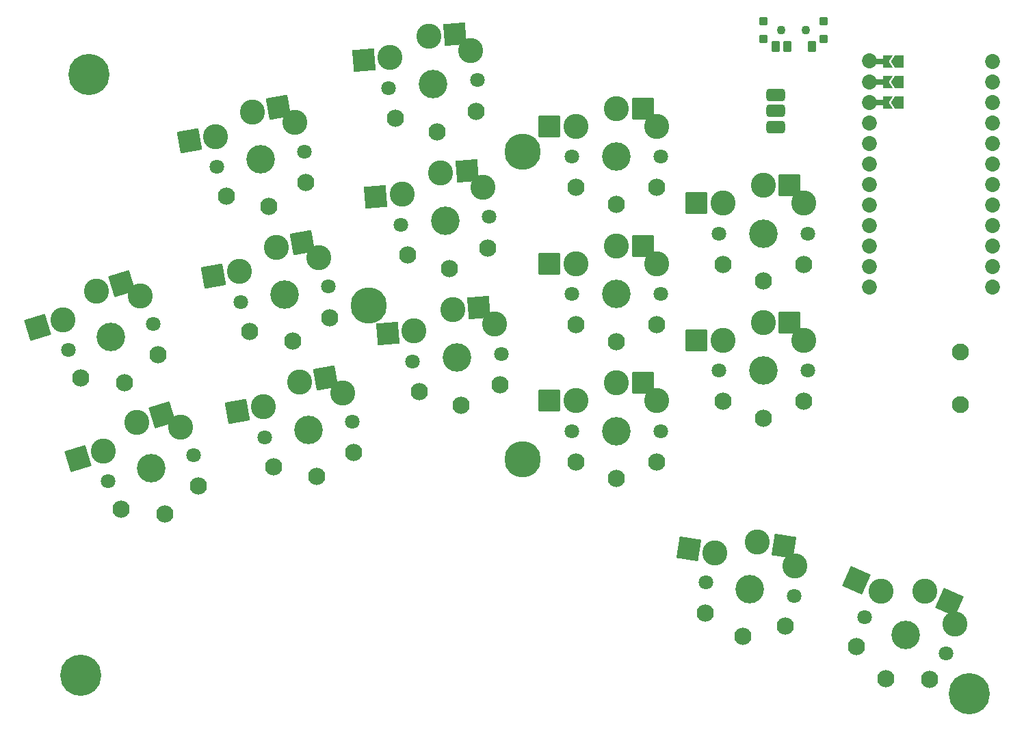
<source format=gts>
%TF.GenerationSoftware,KiCad,Pcbnew,(6.0.4)*%
%TF.CreationDate,2022-07-31T18:16:21+02:00*%
%TF.ProjectId,battoota,62617474-6f6f-4746-912e-6b696361645f,v1.0.0*%
%TF.SameCoordinates,Original*%
%TF.FileFunction,Soldermask,Top*%
%TF.FilePolarity,Negative*%
%FSLAX46Y46*%
G04 Gerber Fmt 4.6, Leading zero omitted, Abs format (unit mm)*
G04 Created by KiCad (PCBNEW (6.0.4)) date 2022-07-31 18:16:21*
%MOMM*%
%LPD*%
G01*
G04 APERTURE LIST*
G04 Aperture macros list*
%AMRoundRect*
0 Rectangle with rounded corners*
0 $1 Rounding radius*
0 $2 $3 $4 $5 $6 $7 $8 $9 X,Y pos of 4 corners*
0 Add a 4 corners polygon primitive as box body*
4,1,4,$2,$3,$4,$5,$6,$7,$8,$9,$2,$3,0*
0 Add four circle primitives for the rounded corners*
1,1,$1+$1,$2,$3*
1,1,$1+$1,$4,$5*
1,1,$1+$1,$6,$7*
1,1,$1+$1,$8,$9*
0 Add four rect primitives between the rounded corners*
20,1,$1+$1,$2,$3,$4,$5,0*
20,1,$1+$1,$4,$5,$6,$7,0*
20,1,$1+$1,$6,$7,$8,$9,0*
20,1,$1+$1,$8,$9,$2,$3,0*%
%AMFreePoly0*
4,1,16,0.535355,0.785355,0.550000,0.750000,0.550000,-0.750000,0.535355,-0.785355,0.500000,-0.800000,-0.650000,-0.800000,-0.685355,-0.785355,-0.700000,-0.750000,-0.691603,-0.722265,-0.210093,0.000000,-0.691603,0.722265,-0.699029,0.759806,-0.677735,0.791603,-0.650000,0.800000,0.500000,0.800000,0.535355,0.785355,0.535355,0.785355,$1*%
%AMFreePoly1*
4,1,16,0.535355,0.785355,0.541603,0.777735,1.041603,0.027735,1.049029,-0.009806,1.041603,-0.027735,0.541603,-0.777735,0.509806,-0.799029,0.500000,-0.800000,-0.500000,-0.800000,-0.535355,-0.785355,-0.550000,-0.750000,-0.550000,0.750000,-0.535355,0.785355,-0.500000,0.800000,0.500000,0.800000,0.535355,0.785355,0.535355,0.785355,$1*%
G04 Aperture macros list end*
%ADD10C,5.100000*%
%ADD11C,2.100000*%
%ADD12C,1.801800*%
%ADD13C,3.100000*%
%ADD14C,3.529000*%
%ADD15RoundRect,0.050000X-1.054507X-1.505993X1.505993X-1.054507X1.054507X1.505993X-1.505993X1.054507X0*%
%ADD16C,2.132000*%
%ADD17RoundRect,0.050000X-1.181751X-1.408356X1.408356X-1.181751X1.181751X1.408356X-1.408356X1.181751X0*%
%ADD18RoundRect,0.050000X-1.300000X-1.300000X1.300000X-1.300000X1.300000X1.300000X-1.300000X1.300000X0*%
%ADD19RoundRect,0.050000X-0.450000X-0.450000X0.450000X-0.450000X0.450000X0.450000X-0.450000X0.450000X0*%
%ADD20RoundRect,0.050000X-0.450000X-0.625000X0.450000X-0.625000X0.450000X0.625000X-0.450000X0.625000X0*%
%ADD21C,1.100000*%
%ADD22RoundRect,0.050000X-1.716367X-0.658851X0.658851X-1.716367X1.716367X0.658851X-0.658851X1.716367X0*%
%ADD23RoundRect,0.425000X-0.750000X0.375000X-0.750000X-0.375000X0.750000X-0.375000X0.750000X0.375000X0*%
%ADD24RoundRect,0.050000X-0.863113X-1.623279X1.623279X-0.863113X0.863113X1.623279X-1.623279X0.863113X0*%
%ADD25RoundRect,0.050000X-1.487360X-1.080630X1.080630X-1.487360X1.487360X1.080630X-1.080630X1.487360X0*%
%ADD26C,1.852600*%
%ADD27FreePoly0,180.000000*%
%ADD28RoundRect,0.050000X-0.762000X0.250000X-0.762000X-0.250000X0.762000X-0.250000X0.762000X0.250000X0*%
%ADD29FreePoly1,180.000000*%
%ADD30C,4.500000*%
G04 APERTURE END LIST*
D10*
%TO.C,*%
X159112791Y38507254D03*
%TD*%
%TO.C,*%
X49130791Y40793254D03*
%TD*%
%TO.C,*%
X50146791Y115215254D03*
%TD*%
D11*
%TO.C,B1*%
X157969791Y80873254D03*
X157969791Y74373254D03*
%TD*%
D12*
%TO.C,S11*%
X65970667Y103790002D03*
D13*
X75659968Y109306336D03*
X70353903Y110604673D03*
D14*
X71387110Y104745067D03*
D12*
X76803553Y105700132D03*
D13*
X65811891Y107569854D03*
D15*
X73579148Y111173370D03*
D16*
X67122934Y100134557D03*
X76971012Y101871038D03*
D15*
X62586644Y107001157D03*
D16*
X72411634Y98934701D03*
%TD*%
D13*
%TO.C,S15*%
X88913836Y100414117D03*
X93703066Y103041525D03*
X98875783Y101285675D03*
D14*
X94221643Y97114167D03*
D12*
X99700714Y97593524D03*
X88742572Y96634810D03*
D16*
X89571861Y92892848D03*
D17*
X96965603Y103326959D03*
D16*
X99533808Y93764406D03*
X94735862Y91236618D03*
D17*
X85651297Y100128683D03*
%TD*%
D13*
%TO.C,S21*%
X120424791Y91827253D03*
D12*
X109924791Y88077254D03*
X120924791Y88077254D03*
D14*
X115424791Y88077254D03*
D13*
X115424791Y94027254D03*
X110424791Y91827253D03*
D18*
X118699790Y94027253D03*
D16*
X120424791Y84277254D03*
X110424791Y84277254D03*
D18*
X107149790Y91827254D03*
D16*
X115424791Y82177254D03*
%TD*%
D19*
%TO.C,T1*%
X141068406Y119651838D03*
X133668406Y121851838D03*
X141068406Y121851838D03*
X133668406Y119651838D03*
D20*
X139618406Y118676838D03*
X136618406Y118676838D03*
X135118406Y118676838D03*
%TD*%
D21*
%TO.C,T2*%
X135868406Y120751838D03*
X138868406Y120751838D03*
%TD*%
D13*
%TO.C,S29*%
X128599495Y99294490D03*
D14*
X133599495Y95544491D03*
D13*
X133599495Y101494491D03*
D12*
X128099495Y95544491D03*
X139099495Y95544491D03*
D13*
X138599495Y99294490D03*
D16*
X128599495Y91744491D03*
X138599495Y91744491D03*
D18*
X136874494Y101494490D03*
D16*
X133599495Y89644491D03*
D18*
X125324494Y99294491D03*
%TD*%
D12*
%TO.C,S33*%
X156238501Y43549992D03*
D13*
X148171536Y51246522D03*
X157306990Y47179155D03*
D12*
X146189501Y48024096D03*
D13*
X153634084Y51222639D03*
D14*
X151214001Y45787044D03*
D22*
X156625944Y49890576D03*
D16*
X154236129Y40281888D03*
X145100674Y44349254D03*
X148814255Y40397126D03*
D22*
X145179674Y52578586D03*
%TD*%
D13*
%TO.C,S7*%
X81564006Y75822872D03*
X76257941Y77121209D03*
D12*
X71874705Y70306538D03*
D13*
X71715929Y74086390D03*
D14*
X77291148Y71261603D03*
D12*
X82707591Y72216668D03*
D16*
X82875050Y68387574D03*
D15*
X79483186Y77689906D03*
D16*
X73026972Y66651093D03*
D15*
X68490682Y73517693D03*
D16*
X78315672Y65451237D03*
%TD*%
D23*
%TO.C,PAD1*%
X135109791Y108738254D03*
X135109791Y110738254D03*
X135109791Y112738254D03*
%TD*%
D13*
%TO.C,S5*%
X56527389Y87777963D03*
D14*
X52842259Y82729963D03*
D13*
X51102647Y88419976D03*
D12*
X47582583Y81121919D03*
D13*
X46964342Y84854246D03*
D12*
X58101935Y84338007D03*
D16*
X58734795Y80557863D03*
D24*
X54234545Y89377492D03*
D16*
X49171748Y77634146D03*
D24*
X43832442Y83896730D03*
D16*
X54567252Y77087765D03*
%TD*%
D13*
%TO.C,S27*%
X133599495Y84494491D03*
D12*
X128099495Y78544491D03*
D13*
X138599495Y82294490D03*
D12*
X139099495Y78544491D03*
D13*
X128599495Y82294490D03*
D14*
X133599495Y78544491D03*
D18*
X136874494Y84494490D03*
D16*
X138599495Y74744491D03*
X128599495Y74744491D03*
X133599495Y72644491D03*
D18*
X125324494Y82294491D03*
%TD*%
D13*
%TO.C,S9*%
X78611987Y92564604D03*
D12*
X68922686Y87048270D03*
D14*
X74339129Y88003335D03*
D13*
X73305922Y93862941D03*
D12*
X79755572Y88958400D03*
D13*
X68763910Y90828122D03*
D15*
X76531167Y94431638D03*
D16*
X79923031Y85129306D03*
X70074953Y83392825D03*
D15*
X65538663Y90259425D03*
D16*
X75363653Y82192969D03*
%TD*%
D13*
%TO.C,S13*%
X90395484Y83478807D03*
X100357431Y84350365D03*
D12*
X101182362Y80658214D03*
D13*
X95184714Y86106215D03*
D12*
X90224220Y79699500D03*
D14*
X95703291Y80178857D03*
D16*
X91053509Y75957538D03*
D17*
X98447251Y86391649D03*
D16*
X101015456Y76829096D03*
X96217510Y74301308D03*
D17*
X87132945Y83193373D03*
%TD*%
D13*
%TO.C,S17*%
X92221419Y119976835D03*
D12*
X98219067Y114528834D03*
D13*
X97394136Y118220985D03*
D12*
X87260925Y113570120D03*
D13*
X87432189Y117349427D03*
D14*
X92739996Y114049477D03*
D17*
X95483956Y120262269D03*
D16*
X98052161Y110699716D03*
X88090214Y109828158D03*
D17*
X84169650Y117063993D03*
D16*
X93254215Y108171928D03*
%TD*%
D13*
%TO.C,S31*%
X137500399Y54407457D03*
X127623515Y55971802D03*
D14*
X131975328Y51485799D03*
D12*
X126543042Y52346189D03*
X137407614Y50625409D03*
D13*
X132906113Y57362545D03*
D16*
X136319319Y46950411D03*
X126442435Y48514756D03*
D25*
X136140791Y56850221D03*
X124388835Y56484126D03*
D16*
X131052365Y45658438D03*
%TD*%
D26*
%TO.C,MCU1*%
X161977213Y114302348D03*
D27*
X148993690Y114302348D03*
X148993690Y116842348D03*
D28*
X148068690Y111762348D03*
D26*
X161977213Y111762348D03*
X146737213Y111762348D03*
D28*
X148068690Y116842348D03*
D27*
X148993690Y111762348D03*
D28*
X148068690Y114302348D03*
D26*
X146737213Y116926094D03*
X161977213Y116842348D03*
X146737213Y114302348D03*
D29*
X150443690Y116842348D03*
X150443690Y114302348D03*
X150443690Y111762348D03*
D26*
X146737213Y109222348D03*
X146737213Y106682348D03*
X146737213Y104142348D03*
X146737213Y101602348D03*
X146737213Y99062348D03*
X146737213Y96522348D03*
X146737213Y93982348D03*
X146737213Y91442348D03*
X146737213Y88902348D03*
X161977213Y109222348D03*
X161977213Y106682348D03*
X161977213Y104142348D03*
X161977213Y101602348D03*
X161977213Y99062348D03*
X161977213Y96522348D03*
X161977213Y93982348D03*
X161977213Y91442348D03*
X161977213Y88902348D03*
%TD*%
D12*
%TO.C,S3*%
X52552902Y64864738D03*
X63072254Y68080826D03*
D13*
X56072966Y72162795D03*
X51934661Y68597065D03*
X61497708Y71520782D03*
D14*
X57812578Y66472782D03*
D16*
X54142067Y61376965D03*
D24*
X59204864Y73120311D03*
D16*
X63705114Y64300682D03*
X59537571Y60830584D03*
D24*
X48802761Y67639549D03*
%TD*%
D30*
%TO.C,REF\u002A\u002A*%
X84760924Y86640254D03*
X103810924Y67590254D03*
X103810924Y105690254D03*
%TD*%
D12*
%TO.C,S23*%
X120924791Y105077254D03*
D13*
X110424791Y108827253D03*
X115424791Y111027254D03*
X120424791Y108827253D03*
D14*
X115424791Y105077254D03*
D12*
X109924791Y105077254D03*
D18*
X118699790Y111027253D03*
D16*
X120424791Y101277254D03*
X110424791Y101277254D03*
X115424791Y99177254D03*
D18*
X107149790Y108827254D03*
%TD*%
D13*
%TO.C,S19*%
X120424791Y74827253D03*
D12*
X120924791Y71077254D03*
X109924791Y71077254D03*
D14*
X115424791Y71077254D03*
D13*
X115424791Y77027254D03*
X110424791Y74827253D03*
D18*
X118699790Y77027253D03*
D16*
X110424791Y67277254D03*
X120424791Y67277254D03*
D18*
X107149790Y74827254D03*
D16*
X115424791Y65177254D03*
%TD*%
M02*

</source>
